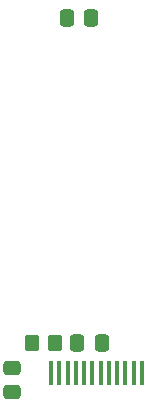
<source format=gbr>
%TF.GenerationSoftware,KiCad,Pcbnew,7.0.5*%
%TF.CreationDate,2023-08-12T02:06:38+02:00*%
%TF.ProjectId,STM32F4_HexGauge_V3,53544d33-3246-4345-9f48-657847617567,rev?*%
%TF.SameCoordinates,Original*%
%TF.FileFunction,Paste,Bot*%
%TF.FilePolarity,Positive*%
%FSLAX46Y46*%
G04 Gerber Fmt 4.6, Leading zero omitted, Abs format (unit mm)*
G04 Created by KiCad (PCBNEW 7.0.5) date 2023-08-12 02:06:38*
%MOMM*%
%LPD*%
G01*
G04 APERTURE LIST*
G04 Aperture macros list*
%AMRoundRect*
0 Rectangle with rounded corners*
0 $1 Rounding radius*
0 $2 $3 $4 $5 $6 $7 $8 $9 X,Y pos of 4 corners*
0 Add a 4 corners polygon primitive as box body*
4,1,4,$2,$3,$4,$5,$6,$7,$8,$9,$2,$3,0*
0 Add four circle primitives for the rounded corners*
1,1,$1+$1,$2,$3*
1,1,$1+$1,$4,$5*
1,1,$1+$1,$6,$7*
1,1,$1+$1,$8,$9*
0 Add four rect primitives between the rounded corners*
20,1,$1+$1,$2,$3,$4,$5,0*
20,1,$1+$1,$4,$5,$6,$7,0*
20,1,$1+$1,$6,$7,$8,$9,0*
20,1,$1+$1,$8,$9,$2,$3,0*%
G04 Aperture macros list end*
%ADD10RoundRect,0.250000X0.337500X0.475000X-0.337500X0.475000X-0.337500X-0.475000X0.337500X-0.475000X0*%
%ADD11RoundRect,0.250000X-0.337500X-0.475000X0.337500X-0.475000X0.337500X0.475000X-0.337500X0.475000X0*%
%ADD12RoundRect,0.250000X-0.350000X-0.450000X0.350000X-0.450000X0.350000X0.450000X-0.350000X0.450000X0*%
%ADD13R,0.350000X2.000000*%
%ADD14RoundRect,0.250000X-0.475000X0.337500X-0.475000X-0.337500X0.475000X-0.337500X0.475000X0.337500X0*%
G04 APERTURE END LIST*
D10*
%TO.C,C27*%
X121457500Y-64820000D03*
X119382500Y-64820000D03*
%TD*%
D11*
%TO.C,C28*%
X120282500Y-92370000D03*
X122357500Y-92370000D03*
%TD*%
D12*
%TO.C,R17*%
X116420000Y-92370000D03*
X118420000Y-92370000D03*
%TD*%
D13*
%TO.C,H1*%
X118070000Y-94880000D03*
X118770000Y-94880000D03*
X119470000Y-94880000D03*
X120170000Y-94880000D03*
X120870000Y-94880000D03*
X121570000Y-94880000D03*
X122270000Y-94880000D03*
X122970000Y-94880000D03*
X123670000Y-94880000D03*
X124370000Y-94880000D03*
X125070000Y-94880000D03*
X125770000Y-94880000D03*
%TD*%
D14*
%TO.C,C29*%
X114770000Y-94432500D03*
X114770000Y-96507500D03*
%TD*%
M02*

</source>
